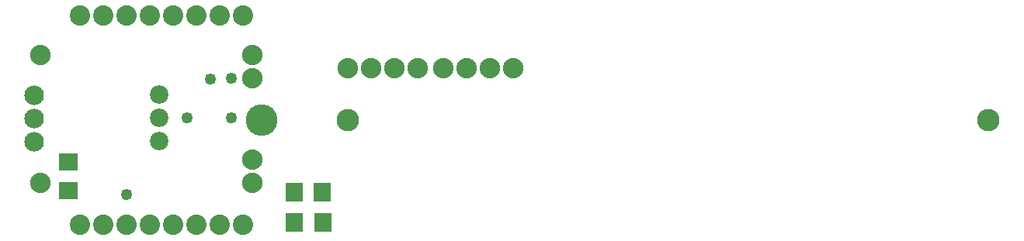
<source format=gts>
G04 MADE WITH FRITZING*
G04 WWW.FRITZING.ORG*
G04 DOUBLE SIDED*
G04 HOLES PLATED*
G04 CONTOUR ON CENTER OF CONTOUR VECTOR*
%ASAXBY*%
%FSLAX23Y23*%
%MOIN*%
%OFA0B0*%
%SFA1.0B1.0*%
%ADD10C,0.087778*%
%ADD11C,0.079444*%
%ADD12C,0.088000*%
%ADD13C,0.084000*%
%ADD14C,0.049370*%
%ADD15C,0.096614*%
%ADD16C,0.135984*%
%ADD17R,0.072992X0.084803*%
%ADD18R,0.084803X0.072992*%
%LNMASK1*%
G90*
G70*
G54D10*
X267Y56D03*
X367Y56D03*
X467Y56D03*
X567Y56D03*
X667Y56D03*
X767Y56D03*
X867Y56D03*
X967Y56D03*
X967Y956D03*
X867Y956D03*
X767Y956D03*
X667Y956D03*
X567Y956D03*
X467Y956D03*
X367Y956D03*
X267Y956D03*
G54D11*
X607Y416D03*
X607Y516D03*
X607Y616D03*
X607Y416D03*
X607Y516D03*
X607Y616D03*
G54D12*
X98Y788D03*
X98Y236D03*
X1007Y788D03*
X1007Y687D03*
X1007Y336D03*
X1007Y236D03*
X2127Y730D03*
X2027Y730D03*
X1927Y730D03*
X1827Y730D03*
X2127Y730D03*
X2027Y730D03*
X1927Y730D03*
X1827Y730D03*
X1418Y731D03*
X1518Y731D03*
X1618Y731D03*
X1718Y731D03*
G54D13*
X70Y415D03*
X70Y515D03*
X70Y615D03*
X70Y415D03*
X70Y515D03*
X70Y615D03*
G54D14*
X917Y686D03*
X827Y685D03*
X727Y516D03*
X917Y516D03*
X467Y186D03*
G54D15*
X4167Y506D03*
X1417Y506D03*
G54D16*
X1047Y506D03*
G54D17*
X1187Y66D03*
X1309Y66D03*
X1307Y196D03*
X1185Y196D03*
G54D18*
X217Y326D03*
X217Y204D03*
G04 End of Mask1*
M02*
</source>
